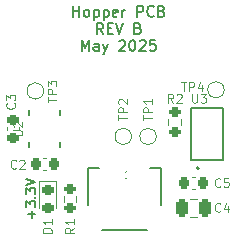
<source format=gto>
G04 #@! TF.GenerationSoftware,KiCad,Pcbnew,(6.0.11-0)*
G04 #@! TF.CreationDate,2025-05-12T21:50:11-06:00*
G04 #@! TF.ProjectId,LightSensorPCB,4c696768-7453-4656-9e73-6f725043422e,rev?*
G04 #@! TF.SameCoordinates,Original*
G04 #@! TF.FileFunction,Legend,Top*
G04 #@! TF.FilePolarity,Positive*
%FSLAX46Y46*%
G04 Gerber Fmt 4.6, Leading zero omitted, Abs format (unit mm)*
G04 Created by KiCad (PCBNEW (6.0.11-0)) date 2025-05-12 21:50:11*
%MOMM*%
%LPD*%
G01*
G04 APERTURE LIST*
G04 Aperture macros list*
%AMRoundRect*
0 Rectangle with rounded corners*
0 $1 Rounding radius*
0 $2 $3 $4 $5 $6 $7 $8 $9 X,Y pos of 4 corners*
0 Add a 4 corners polygon primitive as box body*
4,1,4,$2,$3,$4,$5,$6,$7,$8,$9,$2,$3,0*
0 Add four circle primitives for the rounded corners*
1,1,$1+$1,$2,$3*
1,1,$1+$1,$4,$5*
1,1,$1+$1,$6,$7*
1,1,$1+$1,$8,$9*
0 Add four rect primitives between the rounded corners*
20,1,$1+$1,$2,$3,$4,$5,0*
20,1,$1+$1,$4,$5,$6,$7,0*
20,1,$1+$1,$6,$7,$8,$9,0*
20,1,$1+$1,$8,$9,$2,$3,0*%
G04 Aperture macros list end*
%ADD10C,0.140000*%
%ADD11C,0.160000*%
%ADD12C,0.100000*%
%ADD13C,0.120000*%
%ADD14C,0.127000*%
%ADD15C,0.152400*%
%ADD16C,0.200000*%
%ADD17C,0.010000*%
%ADD18RoundRect,0.250000X-0.250000X-0.475000X0.250000X-0.475000X0.250000X0.475000X-0.250000X0.475000X0*%
%ADD19RoundRect,0.225000X-0.225000X-0.250000X0.225000X-0.250000X0.225000X0.250000X-0.225000X0.250000X0*%
%ADD20R,0.350000X0.600000*%
%ADD21R,0.600000X0.350000*%
%ADD22C,1.000000*%
%ADD23C,5.600000*%
%ADD24R,0.609600X1.549400*%
%ADD25R,1.193800X1.803400*%
%ADD26RoundRect,0.225000X0.225000X0.250000X-0.225000X0.250000X-0.225000X-0.250000X0.225000X-0.250000X0*%
%ADD27R,0.500000X0.500000*%
%ADD28RoundRect,0.218750X-0.256250X0.218750X-0.256250X-0.218750X0.256250X-0.218750X0.256250X0.218750X0*%
%ADD29RoundRect,0.200000X-0.275000X0.200000X-0.275000X-0.200000X0.275000X-0.200000X0.275000X0.200000X0*%
%ADD30RoundRect,0.200000X0.275000X-0.200000X0.275000X0.200000X-0.275000X0.200000X-0.275000X-0.200000X0*%
%ADD31RoundRect,0.225000X0.250000X-0.225000X0.250000X0.225000X-0.250000X0.225000X-0.250000X-0.225000X0*%
G04 APERTURE END LIST*
D10*
X106164285Y-101558142D02*
X106164285Y-100658142D01*
X106164285Y-101086714D02*
X106678571Y-101086714D01*
X106678571Y-101558142D02*
X106678571Y-100658142D01*
X107235714Y-101558142D02*
X107150000Y-101515285D01*
X107107142Y-101472428D01*
X107064285Y-101386714D01*
X107064285Y-101129571D01*
X107107142Y-101043857D01*
X107150000Y-101001000D01*
X107235714Y-100958142D01*
X107364285Y-100958142D01*
X107450000Y-101001000D01*
X107492857Y-101043857D01*
X107535714Y-101129571D01*
X107535714Y-101386714D01*
X107492857Y-101472428D01*
X107450000Y-101515285D01*
X107364285Y-101558142D01*
X107235714Y-101558142D01*
X107921428Y-100958142D02*
X107921428Y-101858142D01*
X107921428Y-101001000D02*
X108007142Y-100958142D01*
X108178571Y-100958142D01*
X108264285Y-101001000D01*
X108307142Y-101043857D01*
X108350000Y-101129571D01*
X108350000Y-101386714D01*
X108307142Y-101472428D01*
X108264285Y-101515285D01*
X108178571Y-101558142D01*
X108007142Y-101558142D01*
X107921428Y-101515285D01*
X108735714Y-100958142D02*
X108735714Y-101858142D01*
X108735714Y-101001000D02*
X108821428Y-100958142D01*
X108992857Y-100958142D01*
X109078571Y-101001000D01*
X109121428Y-101043857D01*
X109164285Y-101129571D01*
X109164285Y-101386714D01*
X109121428Y-101472428D01*
X109078571Y-101515285D01*
X108992857Y-101558142D01*
X108821428Y-101558142D01*
X108735714Y-101515285D01*
X109892857Y-101515285D02*
X109807142Y-101558142D01*
X109635714Y-101558142D01*
X109550000Y-101515285D01*
X109507142Y-101429571D01*
X109507142Y-101086714D01*
X109550000Y-101001000D01*
X109635714Y-100958142D01*
X109807142Y-100958142D01*
X109892857Y-101001000D01*
X109935714Y-101086714D01*
X109935714Y-101172428D01*
X109507142Y-101258142D01*
X110321428Y-101558142D02*
X110321428Y-100958142D01*
X110321428Y-101129571D02*
X110364285Y-101043857D01*
X110407142Y-101001000D01*
X110492857Y-100958142D01*
X110578571Y-100958142D01*
X111564285Y-101558142D02*
X111564285Y-100658142D01*
X111907142Y-100658142D01*
X111992857Y-100701000D01*
X112035714Y-100743857D01*
X112078571Y-100829571D01*
X112078571Y-100958142D01*
X112035714Y-101043857D01*
X111992857Y-101086714D01*
X111907142Y-101129571D01*
X111564285Y-101129571D01*
X112978571Y-101472428D02*
X112935714Y-101515285D01*
X112807142Y-101558142D01*
X112721428Y-101558142D01*
X112592857Y-101515285D01*
X112507142Y-101429571D01*
X112464285Y-101343857D01*
X112421428Y-101172428D01*
X112421428Y-101043857D01*
X112464285Y-100872428D01*
X112507142Y-100786714D01*
X112592857Y-100701000D01*
X112721428Y-100658142D01*
X112807142Y-100658142D01*
X112935714Y-100701000D01*
X112978571Y-100743857D01*
X113664285Y-101086714D02*
X113792857Y-101129571D01*
X113835714Y-101172428D01*
X113878571Y-101258142D01*
X113878571Y-101386714D01*
X113835714Y-101472428D01*
X113792857Y-101515285D01*
X113707142Y-101558142D01*
X113364285Y-101558142D01*
X113364285Y-100658142D01*
X113664285Y-100658142D01*
X113750000Y-100701000D01*
X113792857Y-100743857D01*
X113835714Y-100829571D01*
X113835714Y-100915285D01*
X113792857Y-101001000D01*
X113750000Y-101043857D01*
X113664285Y-101086714D01*
X113364285Y-101086714D01*
X108692857Y-103007142D02*
X108392857Y-102578571D01*
X108178571Y-103007142D02*
X108178571Y-102107142D01*
X108521428Y-102107142D01*
X108607142Y-102150000D01*
X108650000Y-102192857D01*
X108692857Y-102278571D01*
X108692857Y-102407142D01*
X108650000Y-102492857D01*
X108607142Y-102535714D01*
X108521428Y-102578571D01*
X108178571Y-102578571D01*
X109078571Y-102535714D02*
X109378571Y-102535714D01*
X109507142Y-103007142D02*
X109078571Y-103007142D01*
X109078571Y-102107142D01*
X109507142Y-102107142D01*
X109764285Y-102107142D02*
X110064285Y-103007142D01*
X110364285Y-102107142D01*
X111650000Y-102535714D02*
X111778571Y-102578571D01*
X111821428Y-102621428D01*
X111864285Y-102707142D01*
X111864285Y-102835714D01*
X111821428Y-102921428D01*
X111778571Y-102964285D01*
X111692857Y-103007142D01*
X111350000Y-103007142D01*
X111350000Y-102107142D01*
X111650000Y-102107142D01*
X111735714Y-102150000D01*
X111778571Y-102192857D01*
X111821428Y-102278571D01*
X111821428Y-102364285D01*
X111778571Y-102450000D01*
X111735714Y-102492857D01*
X111650000Y-102535714D01*
X111350000Y-102535714D01*
X106892857Y-104456142D02*
X106892857Y-103556142D01*
X107192857Y-104199000D01*
X107492857Y-103556142D01*
X107492857Y-104456142D01*
X108307142Y-104456142D02*
X108307142Y-103984714D01*
X108264285Y-103899000D01*
X108178571Y-103856142D01*
X108007142Y-103856142D01*
X107921428Y-103899000D01*
X108307142Y-104413285D02*
X108221428Y-104456142D01*
X108007142Y-104456142D01*
X107921428Y-104413285D01*
X107878571Y-104327571D01*
X107878571Y-104241857D01*
X107921428Y-104156142D01*
X108007142Y-104113285D01*
X108221428Y-104113285D01*
X108307142Y-104070428D01*
X108650000Y-103856142D02*
X108864285Y-104456142D01*
X109078571Y-103856142D02*
X108864285Y-104456142D01*
X108778571Y-104670428D01*
X108735714Y-104713285D01*
X108650000Y-104756142D01*
X110064285Y-103641857D02*
X110107142Y-103599000D01*
X110192857Y-103556142D01*
X110407142Y-103556142D01*
X110492857Y-103599000D01*
X110535714Y-103641857D01*
X110578571Y-103727571D01*
X110578571Y-103813285D01*
X110535714Y-103941857D01*
X110021428Y-104456142D01*
X110578571Y-104456142D01*
X111135714Y-103556142D02*
X111221428Y-103556142D01*
X111307142Y-103599000D01*
X111350000Y-103641857D01*
X111392857Y-103727571D01*
X111435714Y-103899000D01*
X111435714Y-104113285D01*
X111392857Y-104284714D01*
X111350000Y-104370428D01*
X111307142Y-104413285D01*
X111221428Y-104456142D01*
X111135714Y-104456142D01*
X111050000Y-104413285D01*
X111007142Y-104370428D01*
X110964285Y-104284714D01*
X110921428Y-104113285D01*
X110921428Y-103899000D01*
X110964285Y-103727571D01*
X111007142Y-103641857D01*
X111050000Y-103599000D01*
X111135714Y-103556142D01*
X111778571Y-103641857D02*
X111821428Y-103599000D01*
X111907142Y-103556142D01*
X112121428Y-103556142D01*
X112207142Y-103599000D01*
X112250000Y-103641857D01*
X112292857Y-103727571D01*
X112292857Y-103813285D01*
X112250000Y-103941857D01*
X111735714Y-104456142D01*
X112292857Y-104456142D01*
X113107142Y-103556142D02*
X112678571Y-103556142D01*
X112635714Y-103984714D01*
X112678571Y-103941857D01*
X112764285Y-103899000D01*
X112978571Y-103899000D01*
X113064285Y-103941857D01*
X113107142Y-103984714D01*
X113150000Y-104070428D01*
X113150000Y-104284714D01*
X113107142Y-104370428D01*
X113064285Y-104413285D01*
X112978571Y-104456142D01*
X112764285Y-104456142D01*
X112678571Y-104413285D01*
X112635714Y-104370428D01*
D11*
X102657142Y-118600000D02*
X102657142Y-117990476D01*
X102961904Y-118295238D02*
X102352380Y-118295238D01*
X102161904Y-117685714D02*
X102161904Y-117190476D01*
X102466666Y-117457142D01*
X102466666Y-117342857D01*
X102504761Y-117266666D01*
X102542857Y-117228571D01*
X102619047Y-117190476D01*
X102809523Y-117190476D01*
X102885714Y-117228571D01*
X102923809Y-117266666D01*
X102961904Y-117342857D01*
X102961904Y-117571428D01*
X102923809Y-117647619D01*
X102885714Y-117685714D01*
X102885714Y-116847619D02*
X102923809Y-116809523D01*
X102961904Y-116847619D01*
X102923809Y-116885714D01*
X102885714Y-116847619D01*
X102961904Y-116847619D01*
X102161904Y-116542857D02*
X102161904Y-116047619D01*
X102466666Y-116314285D01*
X102466666Y-116200000D01*
X102504761Y-116123809D01*
X102542857Y-116085714D01*
X102619047Y-116047619D01*
X102809523Y-116047619D01*
X102885714Y-116085714D01*
X102923809Y-116123809D01*
X102961904Y-116200000D01*
X102961904Y-116428571D01*
X102923809Y-116504761D01*
X102885714Y-116542857D01*
X102161904Y-115819047D02*
X102961904Y-115552380D01*
X102161904Y-115285714D01*
D12*
X118625000Y-118017857D02*
X118589285Y-118053571D01*
X118482142Y-118089285D01*
X118410714Y-118089285D01*
X118303571Y-118053571D01*
X118232142Y-117982142D01*
X118196428Y-117910714D01*
X118160714Y-117767857D01*
X118160714Y-117660714D01*
X118196428Y-117517857D01*
X118232142Y-117446428D01*
X118303571Y-117375000D01*
X118410714Y-117339285D01*
X118482142Y-117339285D01*
X118589285Y-117375000D01*
X118625000Y-117410714D01*
X119267857Y-117589285D02*
X119267857Y-118089285D01*
X119089285Y-117303571D02*
X118910714Y-117839285D01*
X119375000Y-117839285D01*
X118625000Y-115917857D02*
X118589285Y-115953571D01*
X118482142Y-115989285D01*
X118410714Y-115989285D01*
X118303571Y-115953571D01*
X118232142Y-115882142D01*
X118196428Y-115810714D01*
X118160714Y-115667857D01*
X118160714Y-115560714D01*
X118196428Y-115417857D01*
X118232142Y-115346428D01*
X118303571Y-115275000D01*
X118410714Y-115239285D01*
X118482142Y-115239285D01*
X118589285Y-115275000D01*
X118625000Y-115310714D01*
X119303571Y-115239285D02*
X118946428Y-115239285D01*
X118910714Y-115596428D01*
X118946428Y-115560714D01*
X119017857Y-115525000D01*
X119196428Y-115525000D01*
X119267857Y-115560714D01*
X119303571Y-115596428D01*
X119339285Y-115667857D01*
X119339285Y-115846428D01*
X119303571Y-115917857D01*
X119267857Y-115953571D01*
X119196428Y-115989285D01*
X119017857Y-115989285D01*
X118946428Y-115953571D01*
X118910714Y-115917857D01*
X101089285Y-111621428D02*
X101696428Y-111621428D01*
X101767857Y-111585714D01*
X101803571Y-111550000D01*
X101839285Y-111478571D01*
X101839285Y-111335714D01*
X101803571Y-111264285D01*
X101767857Y-111228571D01*
X101696428Y-111192857D01*
X101089285Y-111192857D01*
X101160714Y-110871428D02*
X101125000Y-110835714D01*
X101089285Y-110764285D01*
X101089285Y-110585714D01*
X101125000Y-110514285D01*
X101160714Y-110478571D01*
X101232142Y-110442857D01*
X101303571Y-110442857D01*
X101410714Y-110478571D01*
X101839285Y-110907142D01*
X101839285Y-110442857D01*
X109989285Y-110346428D02*
X109989285Y-109917857D01*
X110739285Y-110132142D02*
X109989285Y-110132142D01*
X110739285Y-109667857D02*
X109989285Y-109667857D01*
X109989285Y-109382142D01*
X110025000Y-109310714D01*
X110060714Y-109275000D01*
X110132142Y-109239285D01*
X110239285Y-109239285D01*
X110310714Y-109275000D01*
X110346428Y-109310714D01*
X110382142Y-109382142D01*
X110382142Y-109667857D01*
X110060714Y-108953571D02*
X110025000Y-108917857D01*
X109989285Y-108846428D01*
X109989285Y-108667857D01*
X110025000Y-108596428D01*
X110060714Y-108560714D01*
X110132142Y-108525000D01*
X110203571Y-108525000D01*
X110310714Y-108560714D01*
X110739285Y-108989285D01*
X110739285Y-108525000D01*
X112089285Y-110346428D02*
X112089285Y-109917857D01*
X112839285Y-110132142D02*
X112089285Y-110132142D01*
X112839285Y-109667857D02*
X112089285Y-109667857D01*
X112089285Y-109382142D01*
X112125000Y-109310714D01*
X112160714Y-109275000D01*
X112232142Y-109239285D01*
X112339285Y-109239285D01*
X112410714Y-109275000D01*
X112446428Y-109310714D01*
X112482142Y-109382142D01*
X112482142Y-109667857D01*
X112839285Y-108525000D02*
X112839285Y-108953571D01*
X112839285Y-108739285D02*
X112089285Y-108739285D01*
X112196428Y-108810714D01*
X112267857Y-108882142D01*
X112303571Y-108953571D01*
X115303571Y-107089285D02*
X115732142Y-107089285D01*
X115517857Y-107839285D02*
X115517857Y-107089285D01*
X115982142Y-107839285D02*
X115982142Y-107089285D01*
X116267857Y-107089285D01*
X116339285Y-107125000D01*
X116375000Y-107160714D01*
X116410714Y-107232142D01*
X116410714Y-107339285D01*
X116375000Y-107410714D01*
X116339285Y-107446428D01*
X116267857Y-107482142D01*
X115982142Y-107482142D01*
X117053571Y-107339285D02*
X117053571Y-107839285D01*
X116875000Y-107053571D02*
X116696428Y-107589285D01*
X117160714Y-107589285D01*
X110250000Y-114487785D02*
X110250000Y-115023500D01*
X110214285Y-115130642D01*
X110142857Y-115202071D01*
X110035714Y-115237785D01*
X109964285Y-115237785D01*
X111000000Y-115237785D02*
X110571428Y-115237785D01*
X110785714Y-115237785D02*
X110785714Y-114487785D01*
X110714285Y-114594928D01*
X110642857Y-114666357D01*
X110571428Y-114702071D01*
X101325000Y-114367857D02*
X101289285Y-114403571D01*
X101182142Y-114439285D01*
X101110714Y-114439285D01*
X101003571Y-114403571D01*
X100932142Y-114332142D01*
X100896428Y-114260714D01*
X100860714Y-114117857D01*
X100860714Y-114010714D01*
X100896428Y-113867857D01*
X100932142Y-113796428D01*
X101003571Y-113725000D01*
X101110714Y-113689285D01*
X101182142Y-113689285D01*
X101289285Y-113725000D01*
X101325000Y-113760714D01*
X101610714Y-113760714D02*
X101646428Y-113725000D01*
X101717857Y-113689285D01*
X101896428Y-113689285D01*
X101967857Y-113725000D01*
X102003571Y-113760714D01*
X102039285Y-113832142D01*
X102039285Y-113903571D01*
X102003571Y-114010714D01*
X101575000Y-114439285D01*
X102039285Y-114439285D01*
X116228571Y-108089285D02*
X116228571Y-108696428D01*
X116264285Y-108767857D01*
X116300000Y-108803571D01*
X116371428Y-108839285D01*
X116514285Y-108839285D01*
X116585714Y-108803571D01*
X116621428Y-108767857D01*
X116657142Y-108696428D01*
X116657142Y-108089285D01*
X116942857Y-108089285D02*
X117407142Y-108089285D01*
X117157142Y-108375000D01*
X117264285Y-108375000D01*
X117335714Y-108410714D01*
X117371428Y-108446428D01*
X117407142Y-108517857D01*
X117407142Y-108696428D01*
X117371428Y-108767857D01*
X117335714Y-108803571D01*
X117264285Y-108839285D01*
X117050000Y-108839285D01*
X116978571Y-108803571D01*
X116942857Y-108767857D01*
X104339285Y-119853571D02*
X103589285Y-119853571D01*
X103589285Y-119675000D01*
X103625000Y-119567857D01*
X103696428Y-119496428D01*
X103767857Y-119460714D01*
X103910714Y-119425000D01*
X104017857Y-119425000D01*
X104160714Y-119460714D01*
X104232142Y-119496428D01*
X104303571Y-119567857D01*
X104339285Y-119675000D01*
X104339285Y-119853571D01*
X104339285Y-118710714D02*
X104339285Y-119139285D01*
X104339285Y-118925000D02*
X103589285Y-118925000D01*
X103696428Y-118996428D01*
X103767857Y-119067857D01*
X103803571Y-119139285D01*
X114625000Y-108839285D02*
X114375000Y-108482142D01*
X114196428Y-108839285D02*
X114196428Y-108089285D01*
X114482142Y-108089285D01*
X114553571Y-108125000D01*
X114589285Y-108160714D01*
X114625000Y-108232142D01*
X114625000Y-108339285D01*
X114589285Y-108410714D01*
X114553571Y-108446428D01*
X114482142Y-108482142D01*
X114196428Y-108482142D01*
X114910714Y-108160714D02*
X114946428Y-108125000D01*
X115017857Y-108089285D01*
X115196428Y-108089285D01*
X115267857Y-108125000D01*
X115303571Y-108160714D01*
X115339285Y-108232142D01*
X115339285Y-108303571D01*
X115303571Y-108410714D01*
X114875000Y-108839285D01*
X115339285Y-108839285D01*
X103987285Y-108796428D02*
X103987285Y-108367857D01*
X104737285Y-108582142D02*
X103987285Y-108582142D01*
X104737285Y-108117857D02*
X103987285Y-108117857D01*
X103987285Y-107832142D01*
X104023000Y-107760714D01*
X104058714Y-107725000D01*
X104130142Y-107689285D01*
X104237285Y-107689285D01*
X104308714Y-107725000D01*
X104344428Y-107760714D01*
X104380142Y-107832142D01*
X104380142Y-108117857D01*
X103987285Y-107439285D02*
X103987285Y-106975000D01*
X104273000Y-107225000D01*
X104273000Y-107117857D01*
X104308714Y-107046428D01*
X104344428Y-107010714D01*
X104415857Y-106975000D01*
X104594428Y-106975000D01*
X104665857Y-107010714D01*
X104701571Y-107046428D01*
X104737285Y-107117857D01*
X104737285Y-107332142D01*
X104701571Y-107403571D01*
X104665857Y-107439285D01*
X106239285Y-119425000D02*
X105882142Y-119675000D01*
X106239285Y-119853571D02*
X105489285Y-119853571D01*
X105489285Y-119567857D01*
X105525000Y-119496428D01*
X105560714Y-119460714D01*
X105632142Y-119425000D01*
X105739285Y-119425000D01*
X105810714Y-119460714D01*
X105846428Y-119496428D01*
X105882142Y-119567857D01*
X105882142Y-119853571D01*
X106239285Y-118710714D02*
X106239285Y-119139285D01*
X106239285Y-118925000D02*
X105489285Y-118925000D01*
X105596428Y-118996428D01*
X105667857Y-119067857D01*
X105703571Y-119139285D01*
X101167857Y-108875000D02*
X101203571Y-108910714D01*
X101239285Y-109017857D01*
X101239285Y-109089285D01*
X101203571Y-109196428D01*
X101132142Y-109267857D01*
X101060714Y-109303571D01*
X100917857Y-109339285D01*
X100810714Y-109339285D01*
X100667857Y-109303571D01*
X100596428Y-109267857D01*
X100525000Y-109196428D01*
X100489285Y-109089285D01*
X100489285Y-109017857D01*
X100525000Y-108910714D01*
X100560714Y-108875000D01*
X100489285Y-108625000D02*
X100489285Y-108160714D01*
X100775000Y-108410714D01*
X100775000Y-108303571D01*
X100810714Y-108232142D01*
X100846428Y-108196428D01*
X100917857Y-108160714D01*
X101096428Y-108160714D01*
X101167857Y-108196428D01*
X101203571Y-108232142D01*
X101239285Y-108303571D01*
X101239285Y-108517857D01*
X101203571Y-108589285D01*
X101167857Y-108625000D01*
D13*
X116088748Y-118485000D02*
X116611252Y-118485000D01*
X116088748Y-117015000D02*
X116611252Y-117015000D01*
X116209420Y-116160000D02*
X116490580Y-116160000D01*
X116209420Y-115140000D02*
X116490580Y-115140000D01*
D14*
X105050000Y-109900000D02*
X105050000Y-109500000D01*
X102450000Y-109500000D02*
X102450000Y-109900000D01*
X102450000Y-112600000D02*
X102450000Y-112200000D01*
X105050000Y-112600000D02*
X105050000Y-112200000D01*
D12*
X104800000Y-108950000D02*
G75*
G03*
X104800000Y-108950000I-50000J0D01*
G01*
D13*
X111100000Y-111700000D02*
G75*
G03*
X111100000Y-111700000I-700000J0D01*
G01*
X113200000Y-111700000D02*
G75*
G03*
X113200000Y-111700000I-700000J0D01*
G01*
X118950000Y-107750000D02*
G75*
G03*
X118950000Y-107750000I-700000J0D01*
G01*
D15*
X108362460Y-114396500D02*
X107375800Y-114396500D01*
X108629641Y-119603500D02*
X112370359Y-119603500D01*
X113624200Y-117539061D02*
X113624200Y-114396500D01*
X113624200Y-114396500D02*
X112637540Y-114396500D01*
X107375800Y-114396500D02*
X107375800Y-117539061D01*
D13*
X103890580Y-113540000D02*
X103609420Y-113540000D01*
X103890580Y-114560000D02*
X103609420Y-114560000D01*
D14*
X116130000Y-113700000D02*
X116130000Y-109300000D01*
X118870000Y-109300000D02*
X116130000Y-109300000D01*
X118870000Y-109300000D02*
X118870000Y-113700000D01*
X116130000Y-113700000D02*
X118870000Y-113700000D01*
D16*
X116815000Y-114402000D02*
G75*
G03*
X116815000Y-114402000I-100000J0D01*
G01*
D13*
X104735000Y-117800000D02*
X104735000Y-115515000D01*
X104735000Y-115515000D02*
X103265000Y-115515000D01*
X103265000Y-115515000D02*
X103265000Y-117800000D01*
X114227500Y-110262742D02*
X114227500Y-110737258D01*
X115272500Y-110262742D02*
X115272500Y-110737258D01*
X103650000Y-107850000D02*
G75*
G03*
X103650000Y-107850000I-700000J0D01*
G01*
X105377500Y-117212258D02*
X105377500Y-116737742D01*
X106422500Y-117212258D02*
X106422500Y-116737742D01*
X101560000Y-111190580D02*
X101560000Y-110909420D01*
X100540000Y-111190580D02*
X100540000Y-110909420D01*
%LPC*%
G36*
X117050000Y-113530000D02*
G01*
X116600000Y-113530000D01*
X116600000Y-113450000D01*
X116350000Y-113450000D01*
X116350000Y-112750000D01*
X117050000Y-112750000D01*
X117050000Y-113530000D01*
G37*
D17*
X117050000Y-113530000D02*
X116600000Y-113530000D01*
X116600000Y-113450000D01*
X116350000Y-113450000D01*
X116350000Y-112750000D01*
X117050000Y-112750000D01*
X117050000Y-113530000D01*
D18*
X115400000Y-117750000D03*
X117300000Y-117750000D03*
D19*
X115575000Y-115650000D03*
X117125000Y-115650000D03*
D20*
X104500000Y-109890000D03*
X104000000Y-109890000D03*
X103500000Y-109890000D03*
X103000000Y-109890000D03*
D21*
X102840000Y-110550000D03*
X102840000Y-111050000D03*
X102840000Y-111550000D03*
D20*
X103000000Y-112210000D03*
X103500000Y-112210000D03*
X104000000Y-112210000D03*
X104500000Y-112210000D03*
D21*
X104660000Y-111550000D03*
X104660000Y-111050000D03*
X104660000Y-110550000D03*
D22*
X110400000Y-111700000D03*
D23*
X103500000Y-103500000D03*
D22*
X112500000Y-111700000D03*
X118250000Y-107750000D03*
D24*
X109000000Y-114898500D03*
X110000001Y-114898500D03*
X110999999Y-114898500D03*
X112000000Y-114898500D03*
D25*
X107700001Y-118773501D03*
X113299999Y-118773501D03*
D23*
X116500000Y-103500000D03*
D26*
X104525000Y-114050000D03*
X102975000Y-114050000D03*
D27*
X116700000Y-112300000D03*
X116700000Y-111500000D03*
X116700000Y-110700000D03*
X116700000Y-109900000D03*
X117500000Y-109900000D03*
X118300000Y-109900000D03*
X118300000Y-110700000D03*
X118300000Y-111500000D03*
X118300000Y-112300000D03*
X118300000Y-113100000D03*
X117500000Y-113100000D03*
D28*
X104000000Y-116212500D03*
X104000000Y-117787500D03*
D29*
X114750000Y-109675000D03*
X114750000Y-111325000D03*
D22*
X102950000Y-107850000D03*
D30*
X105900000Y-117800000D03*
X105900000Y-116150000D03*
D31*
X101050000Y-111825000D03*
X101050000Y-110275000D03*
M02*

</source>
